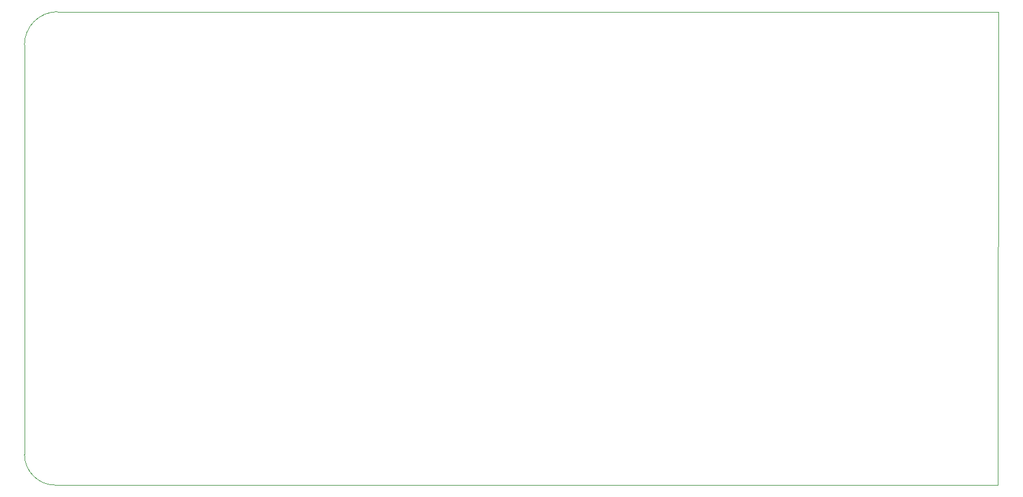
<source format=gko>
G04*
G04 #@! TF.GenerationSoftware,Altium Limited,Altium Designer,21.6.4 (81)*
G04*
G04 Layer_Color=16711935*
%FSLAX25Y25*%
%MOIN*%
G70*
G04*
G04 #@! TF.SameCoordinates,21ADAE42-517F-4329-814C-ACF1F8BA2FEA*
G04*
G04*
G04 #@! TF.FilePolarity,Positive*
G04*
G01*
G75*
%ADD221C,0.00100*%
D221*
X-17868Y-120D02*
G03*
X-747Y-17241I17120J-0D01*
G01*
X513Y245948D02*
G03*
X-17868Y227567I-0J-18381D01*
G01*
X-747Y-17241D02*
X523150Y-17241D01*
X-17868Y-120D02*
Y227567D01*
X513Y245948D02*
X523602Y245948D01*
X523150Y-17241D02*
X523602Y245948D01*
M02*

</source>
